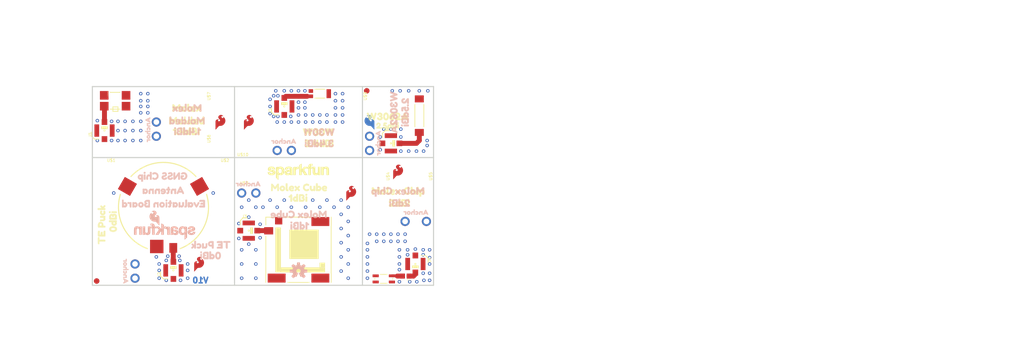
<source format=kicad_pcb>
(kicad_pcb (version 20211014) (generator pcbnew)
  (layers (0 "F.Cu" signal) (31 "B.Cu" signal) (34 "B.Paste" user) (35 "F.Paste" user) (36 "B.SilkS" user "B.Silkscreen") (37 "F.SilkS" user "F.Silkscreen") (38 "B.Mask" user) (39 "F.Mask" user) (44 "Edge.Cuts" user))
  (net 0 "")
  (net 1 "GND")
  (net 2 "FEED1")
  (net 3 "FEED3")
  (net 4 "FEED4")
  (net 5 "FEED5")
  (net 6 "N$5")
  (net 7 "FEED2")
  (net 8 "FEED6")
  (net 9 "A1")
  (net 10 "N$18")
  (net 11 "N$19")
  (net 12 "N$20")
  (net 13 "N$13")
  (net 14 "N$14")
  (net 15 "N$8")
  (net 16 "N$1")
  (net 17 "N$10")
  (net 18 "N$11")
  (net 19 "N$16")
  (net 20 "N$17")
  (footprint "boardEagle:STAND-OFF" (layer "F.Cu") (at 163.7411 102.4636 180)
    (fp_text reference "JP5" hide)
    (fp_text value "STAND-OFF" hide)
    (pad "" np_thru_hole circle (at 0 0 180) (size 3.302 3.302) (drill 3.302) (layers *.Cu *.Mask))
  )
  (footprint "boardEagle:W30112" (layer "F.Cu") (at 154.4701 95.3516)
    (fp_text reference "U$59" hide)
    (fp_text value "" hide)
  )
  (footprint "boardEagle:FIDUCIAL-1X2" (layer "F.Cu") (at 167.0431 87.9856)
    (fp_text reference "JP8" hide)
    (fp_text value "FIDUCIAL1X2" hide)
    (pad "1" smd roundrect (at 0 0) (size 1 1) (layers "F.Cu" "F.Mask") (roundrect_rratio 0.5))
  )
  (footprint "boardEagle:STAND-OFF" (layer "F.Cu") (at 176.4411 102.4636 -90)
    (fp_text reference "U$5" (at 0 -2.032 90) (layer "F.SilkS") (effects (font (size 0.512064 0.512064) (thickness 0.097536)) (justify right)))
    (fp_text value "")
    (pad "" np_thru_hole circle (at 0 0 270) (size 3.302 3.302) (drill 3.302) (layers *.Cu *.Mask))
  )
  (footprint "boardEagle:3#4DBI2" (layer "F.Cu") (at 154.7241 97.3836)
    (fp_text reference "U$11" hide)
    (fp_text value "" hide)
  )
  (footprint "boardEagle:STAND-OFF" (layer "F.Cu") (at 140.8811 120.2436)
    (fp_text reference "JP1" hide)
    (fp_text value "STAND-OFF" hide)
    (pad "" np_thru_hole circle (at 0 0) (size 3.302 3.302) (drill 3.302) (layers *.Cu *.Mask))
  )
  (footprint "boardEagle:MLOEX_GNSS_MOLDED" (layer "F.Cu") (at 122.0851 89.7636 -90)
    (fp_text reference "Y5" hide)
    (fp_text value "MOLDED" hide)
    (fp_text user ">TNAME" (at -1.27 1.27 -90) (layer "F.SilkS") (effects (font (size 0.184 0.184) (thickness 0.016))))
    (pad "1" smd rect (at -0.97 1.95 270) (size 1.54 1.54) (layers "F.Cu" "F.Paste" "F.Mask"))
    (pad "2" smd rect (at -0.97 -1.95 270) (size 1.54 1.54) (layers "F.Cu" "F.Paste" "F.Mask"))
    (pad "3" smd rect (at 0.97 -1.95 270) (size 1.54 1.54) (layers "F.Cu" "F.Paste" "F.Mask"))
    (pad "FEED" smd rect (at 0.97 1.95 270) (size 1.54 1.54) (layers "F.Cu" "F.Paste" "F.Mask") (net 7 "FEED2"))
  )
  (footprint "boardEagle:STAND-OFF" (layer "F.Cu") (at 168.8211 89.7636 90)
    (fp_text reference "U$9" (at 0 -2.032 90) (layer "F.SilkS") (effects (font (size 0.512064 0.512064) (thickness 0.097536)) (justify left)))
    (fp_text value "")
    (pad "" np_thru_hole circle (at 0 0 90) (size 3.302 3.302) (drill 3.302) (layers *.Cu *.Mask))
  )
  (footprint "boardEagle:U.FL" (layer "F.Cu") (at 171.3611 97.3836)
    (fp_text reference "J6" (at -1.27 -2.54) (layer "F.SilkS") (effects (font (size 0.512064 0.512064) (thickness 0.097536)) (justify left)))
    (fp_text value "U.FL")
    (pad "1" smd rect (at 0 -1.375) (size 2.2 0.85) (layers "F.Cu" "F.Paste" "F.Mask") (net 1 "GND"))
    (pad "2" smd rect (at 0 1.375) (size 2.2 0.85) (layers "F.Cu" "F.Paste" "F.Mask") (net 1 "GND"))
    (pad "FEED" smd rect (at 1.525 0) (size 1.05 1) (layers "F.Cu" "F.Paste" "F.Mask") (net 8 "FEED6"))
    (pad "NC" smd rect (at -1.525 0) (size 1.05 1) (layers "F.Cu" "F.Mask"))
  )
  (footprint "boardEagle:CREATIVE_COMMONS" (layer "F.Cu") (at 121.8311 135.4836)
    (fp_text reference "FRAME1" hide)
    (fp_text value "FRAME-LETTER" hide)
  )
  (footprint "boardEagle:STAND-OFF" (layer "F.Cu") (at 140.8811 97.3836 90)
    (fp_text reference "U$6" (at 0 -2.032 90) (layer "F.SilkS") (effects (font (size 0.512064 0.512064) (thickness 0.097536)) (justify left)))
    (fp_text value "")
    (pad "" np_thru_hole circle (at 0 0 90) (size 3.302 3.302) (drill 3.302) (layers *.Cu *.Mask))
  )
  (footprint "boardEagle:SFE_LOGO_FLAME_COPPER_EXPOSED_.1" (layer "F.Cu") (at 164.2491 106.2736)
    (fp_text reference "LOGO5" hide)
    (fp_text value "SFE_LOGO_FLAME.1EXP" hide)
    (fp_poly (pts (xy 0.269844 -1.255175) (xy 0.417112 -1.181541) (xy 0.462026 -1.147855) (xy 0.538982 -1.0709) (xy 0.428006 -1.0709) (xy 0.408005 -1.0809) (xy 0.361689 -1.0809) (xy 0.325361 -1.071818) (xy 0.279477 -1.062641) (xy 0.24711 -1.046458) (xy 0.215081 -1.022435) (xy 0.200019 -0.999843) (xy 0.192288 -0.984381) (xy 0.1851 -0.962817) (xy 0.1851 -0.913689) (xy 0.192361 -0.884643) (xy 0.226607 -0.833275) (xy 0.282028 -0.777854) (xy 0.319016 -0.750113) (xy 0.346157 -0.732019) (xy 0.380301 -0.714947) (xy 0.451689 -0.6971) (xy 0.470817 -0.6971) (xy 0.486419 -0.702301) (xy 0.505687 -0.721569) (xy 0.511712 -0.733619) (xy 0.5189 -0.755183) (xy 0.5189 -0.907742) (xy 0.661838 -0.818406) (xy 0.747505 -0.722031) (xy 0.821662 -0.605498) (xy 0.873968 -0.448579) (xy 0.905309 -0.281428) (xy 0.894811 -0.102974) (xy 0.842628 0.095322) (xy 0.738878 0.282072) (xy 0.665618 0.376263) (xy 0.583044 0.458838) (xy 0.499524 0.531917) (xy 0.393984 0.595241) (xy 0.289127 0.637184) (xy 0.175165 0.668265) (xy 0.050153 0.6891) (xy -0.139844 0.6891) (xy -0.189603 0.697393) (xy -0.279373 0.751255) (xy -0.375026 0.846908) (xy -0.495025 0.986906) (xy -0.614841 1.106723) (xy -0.664837 1.166719) (xy -0.712745 1.214627) (xy -0.742743 1.264624) (xy -0.8611 1.382982) (xy -0.8611 -0.081372) (xy -0.850441 -0.166641) (xy -0.828254 -0.244296) (xy -0.762148 -0.354474) (xy -0.706336 -0.399123) (xy -0.661829 -0.432503) (xy -0.603902 -0.455674) (xy -0.54987 -0.466481) (xy -0.486153 -0.4771) (xy -0.354006 -0.4771) (xy -0.258681 -0.429438) (xy -0.310431 -0.377687) (xy -0.358383 -0.353711) (xy -0.382419 -0.345699) (xy -0.4297 -0.298418) (xy -0.4349 -0.282817) (xy -0.4349 -0.255183) (xy -0.428468 -0.235888) (xy -0.413393 -0.213275) (xy -0.361588 -0.16147) (xy -0.322097 -0.145674) (xy -0.279228 -0.1371) (xy -0.207689 -0.1371) (xy -0.138643 -0.154361) (xy -0.089056 -0.18742) (xy -0.056996 -0.227495) (xy -0.0411 -0.275183) (xy -0.0411 -0.332091) (xy -0.065776 -0.397894) (xy -0.130732 -0.462851) (xy -0.211575 -0.553799) (xy -0.284339 -0.636958) (xy -0.338992 -0.735334) (xy -0.3611 -0.834818) (xy -0.3611 -0.925183) (xy -0.327711 -1.025349) (xy -0.271726 -1.114925) (xy -0.173954 -1.19097) (xy -0.055855 -1.255387) (xy 0.063565 -1.2771) (xy 0.171182 -1.2771)) (layer "F.Cu") (width 0) (fill solid))
  )
  (footprint "boardEagle:STAND-OFF" (layer "F.Cu") (at 145.9611 102.4636 180)
    (fp_text reference "U$3" (at 0 -2.032) (layer "F.SilkS") (effects (font (size 0.512064 0.512064) (thickness 0.097536)) (justify right)))
    (fp_text value "")
    (pad "" np_thru_hole circle (at 0 0 180) (size 3.302 3.302) (drill 3.302) (layers *.Cu *.Mask))
  )
  (footprint "boardEagle:2#5DBI2" (layer "F.Cu") (at 167.8051 94.2086)
    (fp_text reference "U$44" hide)
    (fp_text value "" hide)
  )
  (footprint "boardEagle:STAND-OFF" (layer "F.Cu") (at 145.9611 97.3836 180)
    (fp_text reference "U$10" (at 0 -2.032) (layer "F.SilkS") (effects (font (size 0.512064 0.512064) (thickness 0.097536)) (justify right)))
    (fp_text value "")
    (pad "" np_thru_hole circle (at 0 0 180) (size 3.302 3.302) (drill 3.302) (layers *.Cu *.Mask))
  )
  (footprint "boardEagle:W3062A" (layer "F.Cu") (at 176.4411 92.4306 -90)
    (fp_text reference "Y6" hide)
    (fp_text value "W3062A" hide)
    (pad "FEED" smd rect (at 3 0 270) (size 1.25 1.61) (layers "F.Cu" "F.Paste" "F.Mask") (net 8 "FEED6"))
    (pad "GND" smd rect (at -3 0 270) (size 1.25 1.61) (layers "F.Cu" "F.Paste" "F.Mask") (net 1 "GND"))
  )
  (footprint "boardEagle:STAND-OFF" (layer "F.Cu") (at 145.9611 89.7636 180)
    (fp_text reference "JP6" hide)
    (fp_text value "STAND-OFF" hide)
    (pad "" np_thru_hole circle (at 0 0 180) (size 3.302 3.302) (drill 3.302) (layers *.Cu *.Mask))
  )
  (footprint "boardEagle:SFE_LOGO_FLAME_COPPER_EXPOSED_.1" (layer "F.Cu") (at 140.8811 93.5736)
    (fp_text reference "LOGO4" hide)
    (fp_text value "SFE_LOGO_FLAME.1EXP" hide)
    (fp_poly (pts (xy 0.269844 -1.255175) (xy 0.417112 -1.181541) (xy 0.462026 -1.147855) (xy 0.538982 -1.0709) (xy 0.428006 -1.0709) (xy 0.408005 -1.0809) (xy 0.361689 -1.0809) (xy 0.325361 -1.071818) (xy 0.279477 -1.062641) (xy 0.24711 -1.046458) (xy 0.215081 -1.022435) (xy 0.200019 -0.999843) (xy 0.192288 -0.984381) (xy 0.1851 -0.962817) (xy 0.1851 -0.913689) (xy 0.192361 -0.884643) (xy 0.226607 -0.833275) (xy 0.282028 -0.777854) (xy 0.319016 -0.750113) (xy 0.346157 -0.732019) (xy 0.380301 -0.714947) (xy 0.451689 -0.6971) (xy 0.470817 -0.6971) (xy 0.486419 -0.702301) (xy 0.505687 -0.721569) (xy 0.511712 -0.733619) (xy 0.5189 -0.755183) (xy 0.5189 -0.907742) (xy 0.661838 -0.818406) (xy 0.747505 -0.722031) (xy 0.821662 -0.605498) (xy 0.873968 -0.448579) (xy 0.905309 -0.281428) (xy 0.894811 -0.102974) (xy 0.842628 0.095322) (xy 0.738878 0.282072) (xy 0.665618 0.376263) (xy 0.583044 0.458838) (xy 0.499524 0.531917) (xy 0.393984 0.595241) (xy 0.289127 0.637184) (xy 0.175165 0.668265) (xy 0.050153 0.6891) (xy -0.139844 0.6891) (xy -0.189603 0.697393) (xy -0.279373 0.751255) (xy -0.375026 0.846908) (xy -0.495025 0.986906) (xy -0.614841 1.106723) (xy -0.664837 1.166719) (xy -0.712745 1.214627) (xy -0.742743 1.264624) (xy -0.8611 1.382982) (xy -0.8611 -0.081372) (xy -0.850441 -0.166641) (xy -0.828254 -0.244296) (xy -0.762148 -0.354474) (xy -0.706336 -0.399123) (xy -0.661829 -0.432503) (xy -0.603902 -0.455674) (xy -0.54987 -0.466481) (xy -0.486153 -0.4771) (xy -0.354006 -0.4771) (xy -0.258681 -0.429438) (xy -0.310431 -0.377687) (xy -0.358383 -0.353711) (xy -0.382419 -0.345699) (xy -0.4297 -0.298418) (xy -0.4349 -0.282817) (xy -0.4349 -0.255183) (xy -0.428468 -0.235888) (xy -0.413393 -0.213275) (xy -0.361588 -0.16147) (xy -0.322097 -0.145674) (xy -0.279228 -0.1371) (xy -0.207689 -0.1371) (xy -0.138643 -0.154361) (xy -0.089056 -0.18742) (xy -0.056996 -0.227495) (xy -0.0411 -0.275183) (xy -0.0411 -0.332091) (xy -0.065776 -0.397894) (xy -0.130732 -0.462851) (xy -0.211575 -0.553799) (xy -0.284339 -0.636958) (xy -0.338992 -0.735334) (xy -0.3611 -0.834818) (xy -0.3611 -0.925183) (xy -0.327711 -1.025349) (xy -0.271726 -1.114925) (xy -0.173954 -1.19097) (xy -0.055855 -1.255387) (xy 0.063565 -1.2771) (xy 0.171182 -1.2771)) (layer "F.Cu") (width 0) (fill solid))
  )
  (footprint "boardEagle:W3011" (layer "F.Cu") (at 158.6611 88.4936 180)
    (fp_text reference "Y7" hide)
    (fp_text value "W3011" hide)
    (pad "1" smd rect (at 1.6 -0.475 180) (size 0.8 0.65) (layers "F.Cu" "F.Paste" "F.Mask") (net 2 "FEED1"))
    (pad "2" smd rect (at 1.6 0.475 180) (size 0.8 0.65) (layers "F.Cu" "F.Paste" "F.Mask") (net 1 "GND"))
    (pad "3" smd rect (at -1.6 0 180) (size 0.8 1.6) (layers "F.Cu" "F.Paste" "F.Mask") (net 1 "GND"))
  )
  (footprint "boardEagle:0DBI0" (layer "F.Cu") (at 121.7041 114.4016 90)
    (fp_text reference "U$12" hide)
    (fp_text value "" hide)
  )
  (footprint "boardEagle:W3062A3" (layer "F.Cu") (at 165.9001 92.5576)
    (fp_text reference "U$58" hide)
    (fp_text value "" hide)
  )
  (footprint "boardEagle:SFE_LOGO_NAME_.1" (layer "F.Cu") (at 154.8511 102.4636)
    (fp_text reference "U$23" hide)
    (fp_text value "" hide)
  )
  (footprint "boardEagle:STAND-OFF" (layer "F.Cu") (at 120.5611 120.2436)
    (fp_text reference "JP2" hide)
    (fp_text value "STAND-OFF" hide)
    (pad "" np_thru_hole circle (at 0 0) (size 3.302 3.302) (drill 3.302) (layers *.Cu *.Mask))
  )
  (footprint "boardEagle:U.FL" (layer "F.Cu") (at 132.4991 120.1166 90)
    (fp_text reference "J2" (at -1.27 -2.54 90) (layer "F.SilkS") (effects (font (size 0.512064 0.512064) (thickness 0.097536)) (justify left)))
    (fp_text value "U.FL")
    (pad "1" smd rect (at 0 -1.375 90) (size 2.2 0.85) (layers "F.Cu" "F.Paste" "F.Mask") (net 1 "GND"))
    (pad "2" smd rect (at 0 1.375 90) (size 2.2 0.85) (layers "F.Cu" "F.Paste" "F.Mask") (net 1 "GND"))
    (pad "FEED" smd rect (at 1.525 0 90) (size 1.05 1) (layers "F.Cu" "F.Paste" "F.Mask") (net 3 "FEED3"))
    (pad "NC" smd rect (at -1.525 0 90) (size 1.05 1) (layers "F.Cu" "F.Mask"))
  )
  (footprint "boardEagle:0402" (layer "F.Cu") (at 174.0281 121.1326 180)
    (fp_text reference "R1" (at -0.889 -0.6985) (layer "F.SilkS") (effects (font (size 0.367386 0.367386) (thickness 0.039014)) (justify right)))
    (fp_text value "0")
    (pad "1" smd rect (at -0.58 0 180) (size 0.85 0.9) (layers "F.Cu" "F.Paste" "F.Mask") (net 5 "FEED5"))
    (pad "2" smd rect (at 0.58 0 180) (size 0.85 0.9) (layers "F.Cu" "F.Paste" "F.Mask") (net 6 "N$5"))
  )
  (footprint "boardEagle:SFE_LOGO_FLAME_COPPER_EXPOSED_.1" (layer "F.Cu") (at 145.9611 93.5736)
    (fp_text reference "LOGO3" hide)
    (fp_text value "SFE_LOGO_FLAME.1EXP" hide)
    (fp_poly (pts (xy 0.269844 -1.255175) (xy 0.417112 -1.181541) (xy 0.462026 -1.147855) (xy 0.538982 -1.0709) (xy 0.428006 -1.0709) (xy 0.408005 -1.0809) (xy 0.361689 -1.0809) (xy 0.325361 -1.071818) (xy 0.279477 -1.062641) (xy 0.24711 -1.046458) (xy 0.215081 -1.022435) (xy 0.200019 -0.999843) (xy 0.192288 -0.984381) (xy 0.1851 -0.962817) (xy 0.1851 -0.913689) (xy 0.192361 -0.884643) (xy 0.226607 -0.833275) (xy 0.282028 -0.777854) (xy 0.319016 -0.750113) (xy 0.346157 -0.732019) (xy 0.380301 -0.714947) (xy 0.451689 -0.6971) (xy 0.470817 -0.6971) (xy 0.486419 -0.702301) (xy 0.505687 -0.721569) (xy 0.511712 -0.733619) (xy 0.5189 -0.755183) (xy 0.5189 -0.907742) (xy 0.661838 -0.818406) (xy 0.747505 -0.722031) (xy 0.821662 -0.605498) (xy 0.873968 -0.448579) (xy 0.905309 -0.281428) (xy 0.894811 -0.102974) (xy 0.842628 0.095322) (xy 0.738878 0.282072) (xy 0.665618 0.376263) (xy 0.583044 0.458838) (xy 0.499524 0.531917) (xy 0.393984 0.595241) (xy 0.289127 0.637184) (xy 0.175165 0.668265) (xy 0.050153 0.6891) (xy -0.139844 0.6891) (xy -0.189603 0.697393) (xy -0.279373 0.751255) (xy -0.375026 0.846908) (xy -0.495025 0.986906) (xy -0.614841 1.106723) (xy -0.664837 1.166719) (xy -0.712745 1.214627) (xy -0.742743 1.264624) (xy -0.8611 1.382982) (xy -0.8611 -0.081372) (xy -0.850441 -0.166641) (xy -0.828254 -0.244296) (xy -0.762148 -0.354474) (xy -0.706336 -0.399123) (xy -0.661829 -0.432503) (xy -0.603902 -0.455674) (xy -0.54987 -0.466481) (xy -0.486153 -0.4771) (xy -0.354006 -0.4771) (xy -0.258681 -0.429438) (xy -0.310431 -0.377687) (xy -0.358383 -0.353711) (xy -0.382419 -0.345699) (xy -0.4297 -0.298418) (xy -0.4349 -0.282817) (xy -0.4349 -0.255183) (xy -0.428468 -0.235888) (xy -0.413393 -0.213275) (xy -0.361588 -0.16147) (xy -0.322097 -0.145674) (xy -0.279228 -0.1371) (xy -0.207689 -0.1371) (xy -0.138643 -0.154361) (xy -0.089056 -0.18742) (xy -0.056996 -0.227495) (xy -0.0411 -0.275183) (xy -0.0411 -0.332091) (xy -0.065776 -0.397894) (xy -0.130732 -0.462851) (xy -0.211575 -0.553799) (xy -0.284339 -0.636958) (xy -0.338992 -0.735334) (xy -0.3611 -0.834818) (xy -0.3611 -0.925183) (xy -0.327711 -1.025349) (xy -0.271726 -1.114925) (xy -0.173954 -1.19097) (xy -0.055855 -1.255387) (xy 0.063565 -1.2771) (xy 0.171182 -1.2771)) (layer "F.Cu") (width 0) (fill solid))
  )
  (footprint "boardEagle:ORDERING_INSTRUCTIONS" (layer "F.Cu") (at 182.7911 71.9836)
    (fp_text reference "U$17" hide)
    (fp_text value "" hide)
  )
  (footprint "boardEagle:SFE_LOGO_FLAME_COPPER_EXPOSED_.1" (layer "F.Cu") (at 172.6311 102.4636)
    (fp_text reference "LOGO2" hide)
    (fp_text value "SFE_LOGO_FLAME.1EXP" hide)
    (fp_poly (pts (xy 0.269844 -1.255175) (xy 0.417112 -1.181541) (xy 0.462026 -1.147855) (xy 0.538982 -1.0709) (xy 0.428006 -1.0709) (xy 0.408005 -1.0809) (xy 0.361689 -1.0809) (xy 0.325361 -1.071818) (xy 0.279477 -1.062641) (xy 0.24711 -1.046458) (xy 0.215081 -1.022435) (xy 0.200019 -0.999843) (xy 0.192288 -0.984381) (xy 0.1851 -0.962817) (xy 0.1851 -0.913689) (xy 0.192361 -0.884643) (xy 0.226607 -0.833275) (xy 0.282028 -0.777854) (xy 0.319016 -0.750113) (xy 0.346157 -0.732019) (xy 0.380301 -0.714947) (xy 0.451689 -0.6971) (xy 0.470817 -0.6971) (xy 0.486419 -0.702301) (xy 0.505687 -0.721569) (xy 0.511712 -0.733619) (xy 0.5189 -0.755183) (xy 0.5189 -0.907742) (xy 0.661838 -0.818406) (xy 0.747505 -0.722031) (xy 0.821662 -0.605498) (xy 0.873968 -0.448579) (xy 0.905309 -0.281428) (xy 0.894811 -0.102974) (xy 0.842628 0.095322) (xy 0.738878 0.282072) (xy 0.665618 0.376263) (xy 0.583044 0.458838) (xy 0.499524 0.531917) (xy 0.393984 0.595241) (xy 0.289127 0.637184) (xy 0.175165 0.668265) (xy 0.050153 0.6891) (xy -0.139844 0.6891) (xy -0.189603 0.697393) (xy -0.279373 0.751255) (xy -0.375026 0.846908) (xy -0.495025 0.986906) (xy -0.614841 1.106723) (xy -0.664837 1.166719) (xy -0.712745 1.214627) (xy -0.742743 1.264624) (xy -0.8611 1.382982) (xy -0.8611 -0.081372) (xy -0.850441 -0.166641) (xy -0.828254 -0.244296) (xy -0.762148 -0.354474) (xy -0.706336 -0.399123) (xy -0.661829 -0.432503) (xy -0.603902 -0.455674) (xy -0.54987 -0.466481) (xy -0.486153 -0.4771) (xy -0.354006 -0.4771) (xy -0.258681 -0.429438) (xy -0.310431 -0.377687) (xy -0.358383 -0.353711) (xy -0.382419 -0.345699) (xy -0.4297 -0.298418) (xy -0.4349 -0.282817) (xy -0.4349 -0.255183) (xy -0.428468 -0.235888) (xy -0.413393 -0.213275) (xy -0.361588 -0.16147) (xy -0.322097 -0.145674) (xy -0.279228 -0.1371) (xy -0.207689 -0.1371) (xy -0.138643 -0.154361) (xy -0.089056 -0.18742) (xy -0.056996 -0.227495) (xy -0.0411 -0.275183) (xy -0.0411 -0.332091) (xy -0.065776 -0.397894) (xy -0.130732 -0.462851) (xy -0.211575 -0.553799) (xy -0.284339 -0.636958) (xy -0.338992 -0.735334) (xy -0.3611 -0.834818) (xy -0.3611 -0.925183) (xy -0.327711 -1.025349) (xy -0.271726 -1.114925) (xy -0.173954 -1.19097) (xy -0.055855 -1.255387) (xy 0.063565 -1.2771) (xy 0.171182 -1.2771)) (layer "F.Cu") (width 0) (fill solid))
  )
  (footprint "boardEagle:MOLEX0" (layer "F.Cu") (at 131.1021 91.0336)
    (fp_text reference "U$22" hide)
    (fp_text value "" hide)
  )
  (footprint "boardEagle:2DBI2" (layer "F.Cu") (at 169.8371 108.0516)
    (fp_text reference "U$18" hide)
    (fp_text value "" hide)
  )
  (footprint "boardEagle:U.FL" (layer "F.Cu") (at 120.1801 95.0976 90)
    (fp_text reference "J5" (at -1.27 -2.54 90) (layer "F.SilkS") (effects (font (size 0.512064 0.512064) (thickness 0.097536)) (justify left)))
    (fp_text value "U.FL")
    (pad "1" smd rect (at 0 -1.375 90) (size 2.2 0.85) (layers "F.Cu" "F.Paste" "F.Mask") (net 1 "GND"))
    (pad "2" smd rect (at 0 1.375 90) (size 2.2 0.85) (layers "F.Cu" "F.Paste" "F.Mask") (net 1 "GND"))
    (pad "FEED" smd rect (at 1.525 0 90) (size 1.05 1) (layers "F.Cu" "F.Paste" "F.Mask") (net 7 "FEED2"))
    (pad "NC" smd rect (at -1.525 0 90) (size 1.05 1) (layers "F.Cu" "F.Mask"))
  )
  (footprint "boardEagle:1#4DBI3" (layer "F.Cu") (at 131.2291 95.2246)
    (fp_text reference "U$14" hide)
    (fp_text value "" hide)
  )
  (footprint "boardEagle:STAND-OFF" (layer "F.Cu") (at 140.8811 102.4636)
    (fp_text reference "U$2" (at 0 -2.032) (layer "F.SilkS") (effects (font (size 0.512064 0.512064) (thickness 0.097536)) (justify left)))
    (fp_text value "")
    (pad "" np_thru_hole circle (at 0 0) (size 3.302 3.302) (drill 3.302) (layers *.Cu *.Mask))
  )
  (footprint "boardEagle:STAND-OFF" (layer "F.Cu") (at 140.8811 89.7636 90)
    (fp_text reference "U$7" (at 0 -2.032 90) (layer "F.SilkS") (effects (font (size 0.512064 0.512064) (thickness 0.097536)) (justify left)))
    (fp_text value "")
    (pad "" np_thru_hole circle (at 0 0 90) (size 3.302 3.302) (drill 3.302) (layers *.Cu *.Mask))
  )
  (footprint "boardEagle:MOLDED1" (layer "F.Cu") (at 130.3401 93.3196)
    (fp_text reference "U$29" hide)
    (fp_text value "" hide)
  )
  (footprint "boardEagle:U.FL" (layer "F.Cu") (at 145.9611 113.0046)
    (fp_text reference "J3" (at -1.27 -2.54) (layer "F.SilkS") (effects (font (size 0.512064 0.512064) (thickness 0.097536)) (justify left)))
    (fp_text value "U.FL")
    (pad "1" smd rect (at 0 -1.375) (size 2.2 0.85) (layers "F.Cu" "F.Paste" "F.Mask") (net 1 "GND"))
    (pad "2" smd rect (at 0 1.375) (size 2.2 0.85) (layers "F.Cu" "F.Paste" "F.Mask") (net 1 "GND"))
    (pad "FEED" smd rect (at 1.525 0) (size 1.05 1) (layers "F.Cu" "F.Paste" "F.Mask") (net 4 "FEED4"))
    (pad "NC" smd rect (at -1.525 0) (size 1.05 1) (layers "F.Cu" "F.Mask"))
  )
  (footprint "boardEagle:FIDUCIAL-1X2" (layer "F.Cu") (at 118.7831 122.0216)
    (fp_text reference "JP9" hide)
    (fp_text value "FIDUCIAL1X2" hide)
    (pad "1" smd roundrect (at 0 0) (size 1 1) (layers "F.Cu" "F.Mask") (roundrect_rratio 0.5))
  )
  (footprint "boardEagle:MOLEX_CUBE6" (layer "F.Cu") (at 148.7551 105.2576)
    (fp_text reference "U$56" hide)
    (fp_text value "" hide)
  )
  (footprint "boardEagle:U.FL" (layer "F.Cu") (at 175.7371 118.9736 -90)
    (fp_text reference "J4" (at -1.27 -2.54 90) (layer "F.SilkS") (effects (font (size 0.512064 0.512064) (thickness 0.097536)) (justify right)))
    (fp_text value "U.FL")
    (pad "1" smd rect (at 0 -1.375 270) (size 2.2 0.85) (layers "F.Cu" "F.Paste" "F.Mask") (net 1 "GND"))
    (pad "2" smd rect (at 0 1.375 270) (size 2.2 0.85) (layers "F.Cu" "F.Paste" "F.Mask") (net 1 "GND"))
    (pad "FEED" smd rect (at 1.525 0 270) (size 1.05 1) (layers "F.Cu" "F.Paste" "F.Mask") (net 5 "FEED5"))
    (pad "NC" smd rect (at -1.525 0 270) (size 1.05 1) (layers "F.Cu" "F.Mask"))
  )
  (footprint "boardEagle:STAND-OFF" (layer "F.Cu") (at 120.5611 102.4636)
    (fp_text reference "U$1" (at 0 -2.032) (layer "F.SilkS") (effects (font (size 0.512064 0.512064) (thickness 0.097536)) (justify left)))
    (fp_text value "")
    (pad "" np_thru_hole circle (at 0 0) (size 3.302 3.302) (drill 3.302) (layers *.Cu *.Mask))
  )
  (footprint "boardEagle:MOLEX_GNSS_CHIP" (layer "F.Cu") (at 170.0911 121.6406)
    (fp_text reference "Y4" hide)
    (fp_text value "CHIP" hide)
    (pad "1" smd rect (at 1.45 0.55) (size 1.1 0.5) (layers "F.Cu" "F.Paste" "F.Mask") (net 1 "GND"))
    (pad "2" smd rect (at -1.45 0.55) (size 1.1 0.5) (layers "F.Cu" "F.Paste" "F.Mask") (net 1 "GND"))
    (pad "3" smd rect (at -1.45 -0.55) (size 1.1 0.5) (layers "F.Cu" "F.Paste" "F.Mask") (net 1 "GND"))
    (pad "FEED" smd rect (at 1.45 -0.55) (size 1.1 0.5) (layers "F.Cu" "F.Paste" "F.Mask") (net 6 "N$5"))
  )
  (footprint "boardEagle:SFE_LOGO_FLAME_COPPER_EXPOSED_.1" (layer "F.Cu") (at 137.0711 118.9736)
    (fp_text reference "LOGO6" hide)
    (fp_text value "SFE_LOGO_FLAME.1EXP" hide)
    (fp_poly (pts (xy 0.269844 -1.255175) (xy 0.417112 -1.181541) (xy 0.462026 -1.147855) (xy 0.538982 -1.0709) (xy 0.428006 -1.0709) (xy 0.408005 -1.0809) (xy 0.361689 -1.0809) (xy 0.325361 -1.071818) (xy 0.279477 -1.062641) (xy 0.24711 -1.046458) (xy 0.215081 -1.022435) (xy 0.200019 -0.999843) (xy 0.192288 -0.984381) (xy 0.1851 -0.962817) (xy 0.1851 -0.913689) (xy 0.192361 -0.884643) (xy 0.226607 -0.833275) (xy 0.282028 -0.777854) (xy 0.319016 -0.750113) (xy 0.346157 -0.732019) (xy 0.380301 -0.714947) (xy 0.451689 -0.6971) (xy 0.470817 -0.6971) (xy 0.486419 -0.702301) (xy 0.505687 -0.721569) (xy 0.511712 -0.733619) (xy 0.5189 -0.755183) (xy 0.5189 -0.907742) (xy 0.661838 -0.818406) (xy 0.747505 -0.722031) (xy 0.821662 -0.605498) (xy 0.873968 -0.448579) (xy 0.905309 -0.281428) (xy 0.894811 -0.102974) (xy 0.842628 0.095322) (xy 0.738878 0.282072) (xy 0.665618 0.376263) (xy 0.583044 0.458838) (xy 0.499524 0.531917) (xy 0.393984 0.595241) (xy 0.289127 0.637184) (xy 0.175165 0.668265) (xy 0.050153 0.6891) (xy -0.139844 0.6891) (xy -0.189603 0.697393) (xy -0.279373 0.751255) (xy -0.375026 0.846908) (xy -0.495025 0.986906) (xy -0.614841 1.106723) (xy -0.664837 1.166719) (xy -0.712745 1.214627) (xy -0.742743 1.264624) (xy -0.8611 1.382982) (xy -0.8611 -0.081372) (xy -0.850441 -0.166641) (xy -0.828254 -0.244296) (xy -0.762148 -0.354474) (xy -0.706336 -0.399123) (xy -0.661829 -0.432503) (xy -0.603902 -0.455674) (xy -0.54987 -0.466481) (xy -0.486153 -0.4771) (xy -0.354006 -0.4771) (xy -0.258681 -0.429438) (xy -0.310431 -0.377687) (xy -0.358383 -0.353711) (xy -0.382419 -0.345699) (xy -0.4297 -0.298418) (xy -0.4349 -0.282817) (xy -0.4349 -0.255183) (xy -0.428468 -0.235888) (xy -0.413393 -0.213275) (xy -0.361588 -0.16147) (xy -0.322097 -0.145674) (xy -0.279228 -0.1371) (xy -0.207689 -0.1371) (xy -0.138643 -0.154361) (xy -0.089056 -0.18742) (xy -0.056996 -0.227495) (xy -0.0411 -0.275183) (xy -0.0411 -0.332091) (xy -0.065776 -0.397894) (xy -0.130732 -0.462851) (xy -0.211575 -0.553799) (xy -0.284339 -0.636958) (xy -0.338992 -0.735334) (xy -0.3611 -0.834818) (xy -0.3611 -0.925183) (xy -0.327711 -1.025349) (xy -0.271726 -1.114925) (xy -0.173954 -1.19097) (xy -0.055855 -1.255387) (xy 0.063565 -1.2771) (xy 0.171182 -1.2771)) (layer "F.Cu") (width 0) (fill solid))
  )
  (footprint "boardEagle:MOLEX_CHIP5" (layer "F.Cu") (at 166.7891 105.8926)
    (fp_text reference "U$19" hide)
    (fp_text value "" hide)
  )
  (footprint "boardEagle:1DBI1" (layer "F.Cu") (at 151.9301 107.1626)
    (fp_text reference "U$15" hide)
    (fp_text value "" hide)
  )
  (footprint "boardEagle:MOLEX_GNSS_CUBE" (layer "F.Cu") (at 154.8511 116.4336 180)
    (fp_text reference "Y3" hide)
    (fp_text value "CUBE" hide)
    (pad "FEED" smd rect (at 5.33 3.4 90) (size 1.3 1.61) (layers "F.Cu" "F.Paste" "F.Mask") (net 4 "FEED4"))
    (pad "GND" smd rect (at 3.545 5.2) (size 1.3 1.32) (layers "F.Cu" "F.Paste" "F.Mask") (net 1 "GND"))
    (pad "NC1" smd rect (at -3.905 5.06 270) (size 1.6 3.2) (layers "F.Cu" "F.Paste" "F.Mask"))
    (pad "NC2" smd rect (at -3.905 -5.06 270) (size 1.6 3.2) (layers "F.Cu" "F.Paste" "F.Mask"))
    (pad "NC3" smd rect (at 3.905 -5.06 270) (size 1.6 3.2) (layers "F.Cu" "F.Paste" "F.Mask"))
  )
  (footprint "boardEagle:TE_PUCK" (layer "F.Cu") (at 130.7211 108.8136)
    (fp_text reference "Y2" hide)
    (fp_text value "PUCK" hide)
    (pad "1" smd rect (at -1.2 7.03) (size 2.4 2.4) (layers "F.Cu" "F.Paste" "F.Mask") (net 1 "GND"))
    (pad "2" smd rect (at -6.4432 -3.72 60) (size 2.5 2.5) (layers "F.Cu" "F.Paste" "F.Mask") (net 1 "GND"))
    (pad "3" smd rect (at 6.4432 -3.72 300) (size 2.5 2.5) (layers "F.Cu" "F.Paste" "F.Mask") (net 1 "GND"))
    (pad "S" smd rect (at 1.75 7.28) (size 1.4 1.74) (layers "F.Cu" "F.Paste" "F.Mask") (net 3 "FEED3"))
  )
  (footprint "boardEagle:TE_PUCK7" (layer "F.Cu") (at 119.6721 116.5606 90)
    (fp_text reference "U$57" hide)
    (fp_text value "" hide)
  )
  (footprint "boardEagle:U.FL" (layer "F.Cu") (at 152.3111 90.7796 90)
    (fp_text reference "J1" (at -1.27 -2.54 90) (layer "F.SilkS") (effects (font (size 0.512064 0.512064) (thickness 0.097536)) (justify left)))
    (fp_text value "U.FL")
    (pad "1" smd rect (at 0 -1.375 90) (size 2.2 0.85) (layers "F.Cu" "F.Paste" "F.Mask") (net 1 "GND"))
    (pad "2" smd rect (at 0 1.375 90) (size 2.2 0.85) (layers "F.Cu" "F.Paste" "F.Mask") (net 1 "GND"))
    (pad "FEED" smd rect (at 1.525 0 90) (size 1.05 1) (layers "F.Cu" "F.Paste" "F.Mask") (net 2 "FEED1"))
    (pad "NC" smd rect (at -1.525 0 90) (size 1.05 1) (layers "F.Cu" "F.Mask"))
  )
  (footprint "boardEagle:STAND-OFF" (layer "F.Cu") (at 168.8211 102.4636 -90)
    (fp_text reference "U$4" (at 0 -2.032 90) (layer "F.SilkS") (effects (font (size 0.512064 0.512064) (thickness 0.097536)) (justify right)))
    (fp_text value "")
    (pad "" np_thru_hole circle (at 0 0 270) (size 3.302 3.302) (drill 3.302) (layers *.Cu *.Mask))
  )
  (footprint "boardEagle:TE_PUCK7" (layer "B.Cu") (at 143.8021 115.5446 180)
    (fp_text reference "U$13" hide)
    (fp_text value "" hide)
  )
  (footprint "boardEagle:MOLEX_CHIP5" (layer "B.Cu") (at 178.4731 105.8926 180)
    (fp_text reference "U$20" hide)
    (fp_text value "" hide)
  )
  (footprint "boardEagle:ANCHOR0" (layer "B.Cu") (at 155.2321 97.0026 180)
    (fp_text reference "U$26" hide)
    (fp_text value "" hide)
  )
  (footprint "boardEagle:EVALUATION_BOARD15" (layer "B.Cu") (at 139.3571 108.1786 180)
    (fp_text reference "U$50" hide)
    (fp_text value "" hide)
  )
  (footprint "boardEagle:W3062A3" (layer "B.Cu") (at 171.8691 86.9696 -90)
    (fp_text reference "U$35" hide)
    (fp_text value "" hide)
  )
  (footprint "boardEagle:2DBI2" (layer "B.Cu") (at 175.9331 108.0516 180)
    (fp_text reference "U$38" hide)
    (fp_text value "" hide)
  )
  (footprint "boardEagle:OSHW-LOGO-S" (layer "B.Cu") (at 154.8511 120.2436 180)
    (fp_text reference "U$16" hide)
    (fp_text value "OSHW-LOGOS" hide)
  )
  (footprint "boardEagle:SFE_LOGO_FLAME_COPPER_EXPOSED_.1" (layer "B.Cu") (at 167.5511 93.5736 180)
    (fp_text reference "LOGO1" hide)
    (fp_text value "SFE_LOGO_FLAME.1EXP" hide)
    (fp_poly (pts (xy 0.269844 1.255175) (xy 0.417112 1.181541) (xy 0.462026 1.147855) (xy 0.538982 1.0709) (xy 0.428006 1.0709) (xy 0.408005 1.0809) (xy 0.361689 1.0809) (xy 0.325361 1.071818) (xy 0.279477 1.062641) (xy 0.24711 1.046458) (xy 0.215081 1.022435) (xy 0.200019 0.999843) (xy 0.192288 0.984381) (xy 0.1851 0.962817) (xy 0.1851 0.913689) (xy 0.192361 0.884643) (xy 0.226607 0.833275) (xy 0.282028 0.777854) (xy 0.319016 0.750113) (xy 0.346157 0.732019) (xy 0.380301 0.714947) (xy 0.451689 0.6971) (xy 0.470817 0.6971) (xy 0.486419 0.702301) (xy 0.505687 0.721569) (xy 0.511712 0.733619) (xy 0.5189 0.755183) (xy 0.5189 0.907742) (xy 0.661838 0.818406) (xy 0.747505 0.722031) (xy 0.821662 0.605498) (xy 0.873968 0.448579) (xy 0.905309 0.281428) (xy 0.894811 0.102974) (xy 0.842628 -0.095322) (xy 0.738878 -0.282072) (xy 0.665618 -0.376263) (xy 0.583044 -0.458838) (xy 0.499524 -0.531917) (xy 0.393984 -0.595241) (xy 0.289127 -0.637184) (xy 0.175165 -0.668265) (xy 0.050153 -0.6891) (xy -0.139844 -0.6891) (xy -0.189603 -0.697393) (xy -0.279373 -0.751255) (xy -0.375026 -0.846908) (xy -0.495025 -0.986906) (xy -0.614841 -1.106723) (xy -0.664837 -1.166719) (xy -0.712745 -1.214627) (xy -0.742743 -1.264624) (xy -0.8611 -1.382982) (xy -0.8611 0.081372) (xy -0.850441 0.166641) (xy -0.828254 0.244296) (xy -0.762148 0.354474) (xy -0.706336 0.399123) (xy -0.661829 0.432503) (xy -0.603902 0.455674) (xy -0.54987 0.466481) (xy -0.486153 0.4771) (xy -0.354006 0.4771) (xy -0.258681 0.429438) (xy -0.310431 0.377687) (xy -0.358383 0.353711) (xy -0.382419 0.345699) (xy -0.4297 0.298418) (xy -0.4349 0.282817) (xy -0.4349 0.255183) (xy -0.428468 0.235888) (xy -0.413393 0.213275) (xy -0.361588 0.16147) (xy -0.322097 0.145674) (xy -0.279228 0.1371) (xy -0.207689 0.1371) (xy -0.138643 0.154361) (xy -0.089056 0.18742) (xy -0.056996 0.227495) (xy -0.0411 0.275183) (xy -0.0411 0.332091) (xy -0.065776 0.397894) (xy -0.130732 0.462851) (xy -0.211575 0.553799) (xy -0.284339 0.636958) (xy -0.338992 0.735334) (xy -0.3611 0.834818) (xy -0.3611 0.925183) (xy -0.327711 1.025349) (xy -0.271726 1.114925) (xy -0.173954 1.19097) (xy -0.055855 1.255387) (xy 0.063565 1.2771) (xy 0.171182 1.2771)) (layer "B.Cu") (width 0) (fill solid))
  )
  (footprint "boardEagle:ANCHOR0" (layer "B.Cu") (at 169.0751 94.3356 -90)
    (fp_text reference "U$28" hide)
    (fp_text value "" hide)
  )
  (footprint "boardEagle:ANCHOR0" (layer "B.Cu") (at 123.9901 123.2916 90)
    (fp_text reference "U$24" hide)
    (fp_text value "" hide)
  )
  (footprint "boardEagle:GNSS_CHIP13" (layer "B.Cu") (at 136.1821 103.2256 180)
    (fp_text reference "U$52" hide)
    (fp_text value "" hide)
  )
  (footprint "boardEagle:1DBI1" (layer "B.Cu") (at 157.8991 112.1156 180)
    (fp_text reference "U$39" hide)
    (fp_text value "" hide)
  )
  (footprint "boardEagle:3#4DBI2" (layer "B.Cu") (at 162.3441 97.3836 180)
    (fp_text reference "U$34" hide)
    (fp_text value "" hide)
  )
  (footprint "boardEagle:1#4DBI3" (layer "B.Cu") (at 138.5951 95.2246 180)
    (fp_text reference "U$32" hide)
    (fp_text value "" hide)
  )
  (footprint "boardEagle:ANCHOR0" (layer "B.Cu") (at 127.9271 91.9226 -90)
    (fp_text reference "U$8" hide)
    (fp_text value "" hide)
  )
  (footprint "boardEagle:ANTENNA10" (layer "B.Cu") (at 135.5471 105.7656 180)
    (fp_text reference "U$43" hide)
    (fp_text value "" hide)
  )
  (footprint "boardEagle:MOLDED1" (layer "B.Cu") (at 139.4841 93.3196 180)
    (fp_text reference "U$30" hide)
    (fp_text value "" hide)
  )
  (footprint "boardEagle:MOLEX_CUBE6" (layer "B.Cu") (at 161.0741 110.0836 180)
    (fp_text reference "U$31" hide)
    (fp_text value "" hide)
  )
  (footprint "boardEagle:SFE_LOGO_NAME_FLAME_.1" (layer "B.Cu") (at 130.8481 113.1316 180)
    (fp_text reference "U$37" hide)
    (fp_text value "" hide)
  )
  (footprint "boardEagle:MOLEX0" (layer "B.Cu") (at 138.7221 91.0336 180)
    (fp_text reference "U$21" hide)
    (fp_text value "" hide)
  )
  (footprint "boardEagle:0DBI0" (layer "B.Cu") (at 142.1511 117.4496 180)
    (fp_text reference "U$42" hide)
    (fp_text value "" hide)
  )
  (footprint "boardEagle:ANCHOR0" (layer "B.Cu") (at 148.8821 104.6226 180)
    (fp_text reference "U$25" hide)
    (fp_text value "" hide)
  )
  (footprint "boardEagle:2#5DBI4" (layer "B.Cu") (at 173.9011 88.1126 -90)
    (fp_text reference "U$36" hide)
    (fp_text value "" hide)
  )
  (footprint "boardEagle:W30112" (layer "B.Cu") (at 162.4711 95.3516 180)
    (fp_text reference "U$33" hide)
    (fp_text value "" hide)
  )
  (footprint "boardEagle:ANCHOR0" (layer "B.Cu") (at 178.8541 109.7026 180)
    (fp_text reference "U$27" hide)
    (fp_text value "" hide)
  )
  (gr_line (start 178.9811 122.7836) (end 118.0211 122.7836) (layer "Edge.Cuts") (width 0.2032))
  (gr_line (start 143.4211 87.2236) (end 143.4211 122.7836) (layer "Edge.Cuts") (width 0.2032))
  (gr_line (start 166.2811 87.2236) (end 166.2811 122.7836) (layer "Edge.Cuts") (width 0.2032))
  (gr_line (start 118.0211 122.7836) (end 118.0211 87.2236) (layer "Edge.Cuts") (width 0.2032))
  (gr_line (start 178.9811 87.2236) (end 178.9811 122.7836) (layer "Edge.Cuts") (width 0.2032))
  (gr_line (start 118.0211 87.2236) (end 178.9811 87.2236) (layer "Edge.Cuts") (width 0.2032))
  (gr_line (start 118.0211 99.9236) (end 178.9811 99.9236) (layer "Edge.Cuts") (width 0.2032))
  (gr_text "V10" (at 137.3251 121.8946) (layer "B.Cu") (effects (font (size 1.016 1.016) (thickness 0.254)) (justify mirror)))
  (via (at 177.8381 96.8756) (size 0.6096) (drill 0.3048) (layers "F.Cu" "B.Cu") (net 1))
  (via (at 139.6111 106.2736) (size 0.6096) (drill 0.3048) (layers "F.Cu" "B.Cu") (net 1))
  (via (at 159.9311 92.3036) (size 0.6096) (drill 0.3048) (layers "F.Cu" "B.Cu") (net 1))
  (via (at 162.7251 88.4936) (size 0.6096) (drill 0.3048) (layers "F.Cu" "B.Cu") (net 1))
  (via (at 126.6571 95.0976) (size 0.6096) (drill 0.3048) (layers "F.Cu" "B.Cu") (net 1))
  (via (at 178.2771 121.8946) (size 0.6096) (drill 0.3048) (layers "F.Cu" "B.Cu") (net 1))
  (via (at 162.4711 112.6236) (size 0.6096) (drill 0.3048) (layers "F.Cu" "B.Cu") (net 1))
  (via (at 173.1391 94.8436) (size 0.6096) (drill 0.3048) (layers "F.Cu" "B.Cu") (net 1))
  (via (at 149.7711 89.5096) (size 0.6096) (drill 0.3048) (layers "F.Cu" "B.Cu") (net 1))
  (via (at 135.0391 120.1166) (size 0.6096) (drill 0.3048) (layers "F.Cu" "B.Cu") (net 1))
  (via (at 168.8211 114.9096) (size 0.6096) (drill 0.3048) (layers "F.Cu" "B.Cu") (net 1))
  (via (at 167.1701 115.2906) (size 0.6096) (drill 0.3048) (layers "F.Cu" "B.Cu") (net 1))
  (via (at 144.6911 116.4336) (size 0.6096) (drill 0.3048) (layers "F.Cu" "B.Cu") (net 1))
  (via (at 175.9911 122.1486) (size 0.6096) (drill 0.3048) (layers "F.Cu" "B.Cu") (net 1))
  (via (at 162.4711 120.2436) (size 0.6096) (drill 0.3048) (layers "F.Cu" "B.Cu") (net 1))
  (via (at 177.9651 87.9856) (size 0.6096) (drill 0.3048) (layers "F.Cu" "B.Cu") (net 1))
  (via (at 163.7411 116.4336) (size 0.6096) (drill 0.3048) (layers "F.Cu" "B.Cu") (net 1))
  (via (at 177.1341 116.4336) (size 0.6096) (drill 0.3048) (layers "F.Cu" "B.Cu") (net 1))
  (via (at 170.0911 113.6396) (size 0.6096) (drill 0.3048) (layers "F.Cu" "B.Cu") (net 1))
  (via (at 161.4551 88.4936) (size 0.6096) (drill 0.3048) (layers "F.Cu" "B.Cu") (net 1))
  (via (at 155.9941 87.9856) (size 0.6096) (drill 0.3048) (layers "F.Cu" "B.Cu") (net 1))
  (via (at 133.7691 121.8946) (size 0.6096) (drill 0.3048) (layers "F.Cu" "B.Cu") (net 1))
  (via (at 126.6571 93.4466) (size 0.6096) (drill 0.3048) (layers "F.Cu" "B.Cu") (net 1))
  (via (at 174.3401 117.3226) (size 0.6096) (drill 0.3048) (layers "F.Cu" "B.Cu") (net 1))
  (via (at 127.9271 91.9226) (size 0.6096) (drill 0.3048) (layers "F.Cu" "B.Cu") (net 1))
  (via (at 125.2601 95.0976) (size 0.6096) (drill 0.3048) (layers "F.Cu" "B.Cu") (net 1))
  (via (at 173.1391 98.7806) (size 0.6096) (drill 0.3048) (layers "F.Cu" "B.Cu") (net 1))
  (via (at 172.8851 117.7036) (size 0.6096) (drill 0.3048) (layers "F.Cu" "B.Cu") (net 1))
  (via (at 154.8511 87.9856) (size 0.6096) (drill 0.3048) (layers "F.Cu" "B.Cu") (net 1))
  (via (at 158.6611 108.8136) (size 0.6096) (drill 0.3048) (layers "F.Cu" "B.Cu") (net 1))
  (via (at 151.0411 108.8136) (size 0.6096) (drill 0.3048) (layers "F.Cu" "B.Cu") (net 1))
  (via (at 126.6571 89.7636) (size 0.6096) (drill 0.3048) (layers "F.Cu" "B.Cu") (net 1))
  (via (at 153.4541 92.5576) (size 0.6096) (drill 0.3048) (layers "F.Cu" "B.Cu") (net 1))
  (via (at 123.8631 96.8756) (size 0.6096) (drill 0.3048) (layers "F.Cu" "B.Cu") (net 1))
  (via (at 159.9311 93.5736) (size 0.6096) (drill 0.3048) (layers "F.Cu" "B.Cu") (net 1))
  (via (at 153.5811 87.9856) (size 0.6096) (drill 0.3048) (layers "F.Cu" "B.Cu") (net 1))
  (via (at 150.4061 88.8746) (size 0.6096) (drill 0.3048) (layers "F.Cu" "B.Cu") (net 1))
  (via (at 167.1701 117.7036) (size 0.6096) (drill 0.3048) (layers "F.Cu" "B.Cu") (net 1))
  (via (at 177.1341 117.3226) (size 0.6096) (drill 0.3048) (layers "F.Cu" "B.Cu") (net 1))
  (via (at 170.0911 114.9096) (size 0.6096) (drill 0.3048) (layers "F.Cu" "B.Cu") (net 1))
  (via (at 133.6421 118.3386) (size 0.6096) (drill 0.3048) (layers "F.Cu" "B.Cu") (net 1))
  (via (at 171.3611 94.8436) (size 0.6096) (drill 0.3048) (layers "F.Cu" "B.Cu") (net 1))
  (via (at 172.8851 122.1486) (size 0.6096) (drill 0.3048) (layers "F.Cu" "B.Cu") (net 1))
  (via (at 161.4551 92.3036) (size 0.6096) (drill 0.3048) (layers "F.Cu" "B.Cu") (net 1))
  (via (at 123.8631 95.0976) (size 0.6096) (drill 0.3048) (layers "F.Cu" "B.Cu") (net 1))
  (via (at 156.1211 92.3036) (size 0.6096) (drill 0.3048) (layers "F.Cu" "B.Cu") (net 1))
  (via (at 174.7211 122.1486) (size 0.6096) (drill 0.3048) (layers "F.Cu" "B.Cu") (net 1))
  (via (at 154.8511 90.0176) (size 0.6096) (drill 0.3048) (layers "F.Cu" "B.Cu") (net 1))
  (via (at 145.9611 110.5916) (size 0.6096) (drill 0.3048) (layers "F.Cu" "B.Cu") (net 1))
  (via (at 170.0911 94.8436) (size 0.6096) (drill 0.3048) (layers "F.Cu" "B.Cu") (net 1))
  (via (at 174.5361 87.9856) (size 0.6096) (drill 0.3048) (layers "F.Cu" "B.Cu") (net 1))
  (via (at 158.6611 92.3036) (size 0.6096) (drill 0.3048) (layers "F.Cu" "B.Cu") (net 1))
  (via (at 161.4551 89.7636) (size 0.6096) (drill 0.3048) (layers "F.Cu" "B.Cu") (net 1))
  (via (at 150.4061 92.5576) (size 0.6096) (drill 0.3048) (layers "F.Cu" "B.Cu") (net 1))
  (via (at 172.8851 116.4336) (size 0.6096) (drill 0.3048) (layers "F.Cu" "B.Cu") (net 1))
  (via (at 155.9941 91.0336) (size 0.6096) (drill 0.3048) (layers "F.Cu" "B.Cu") (net 1))
  (via (at 145.9611 107.5436) (size 0.6096) (drill 0.3048) (layers "F.Cu" "B.Cu") (net 1))
  (via (at 162.7251 92.3036) (size 0.6096) (drill 0.3048) (layers "F.Cu" "B.Cu") (net 1))
  (via (at 127.9271 89.7636) (size 0.6096) (drill 0.3048) (layers "F.Cu" "B.Cu") (net 1))
  (via (at 176.4411 87.9856) (size 0.6096) (drill 0.3048) (layers "F.Cu" "B.Cu") (net 1))
  (via (at 123.8631 93.4466) (size 0.6096) (drill 0.3048) (layers "F.Cu" "B.Cu") (net 1))
  (via (at 177.8381 97.7646) (size 0.6096) (drill 0.3048) (layers "F.Cu" "B.Cu") (net 1))
  (via (at 174.3401 116.4336) (size 0.6096) (drill 0.3048) (layers "F.Cu" "B.Cu") (net 1))
  (via (at 153.5811 93.5736) (size 0.6096) (drill 0.3048) (layers "F.Cu" "B.Cu") (net 1))
  (via (at 149.7711 92.0496) (size 0.6096) (drill 0.3048) (layers "F.Cu" "B.Cu") (net 1))
  (via (at 162.7251 91.0336) (size 0.6096) (drill 0.3048) (layers "F.Cu" "B.Cu") (net 1))
  (via (at 147.2311 116.4336) (size 0.6096) (drill 0.3048) (layers "F.Cu" "B.Cu") (net 1))
  (via (at 177.2031 98.7806) (size 0.6096) (drill 0.3048) (layers "F.Cu" "B.Cu") (net 1))
  (via (at 153.5811 108.8136) (size 0.6096) (drill 0.3048) (layers "F.Cu" "B.Cu") (net 1))
  (via (at 129.9591 121.5136) (size 0.6096) (drill 0.3048) (layers "F.Cu" "B.Cu") (net 1))
  (via (at 122.5931 96.8756) (size 0.6096) (drill 0.3048) (layers "F.Cu" "B.Cu") (net 1))
  (via (at 152.3111 93.5736) (size 0.6096) (drill 0.3048) (layers "F.Cu" "B.Cu") (net 1))
  (via (at 125.2601 96.8756) (size 0.6096) (drill 0.3048) (layers "F.Cu" "B.Cu") (net 1))
  (via (at 162.4711 107.5436) (size 0.6096) (drill 0.3048) (layers "F.Cu" "B.Cu") (net 1))
  (via (at 156.1211 108.8136) (size 0.6096) (drill 0.3048) (layers "F.Cu" "B.Cu") (net 1))
  (via (at 175.7371 116.3066) (size 0.6096) (drill 0.3048) (layers "F.Cu" "B.Cu") (net 1))
  (via (at 173.1391 96.2406) (size 0.6096) (drill 0.3048) (layers "F.Cu" "B.Cu") (net 1))
  (via (at 157.3911 93.5736) (size 0.6096) (drill 0.3048) (layers "F.Cu" "B.Cu") (net 1))
  (via (at 171.3611 113.6396) (size 0.6096) (drill 0.3048) (layers "F.Cu" "B.Cu") (net 1))
  (via (at 147.9931 111.8616) (size 0.6096) (drill 0.3048) (layers "F.Cu" "B.Cu") (net 1))
  (via (at 161.4551 91.0336) (size 0.6096) (drill 0.3048) (layers "F.Cu" "B.Cu") (net 1))
  (via (at 177.2611 121.8946) (size 0.6096) (drill 0.3048) (layers "F.Cu" "B.Cu") (net 1))
  (via (at 162.4711 115.1636) (size 0.6096) (drill 0.3048) (layers "F.Cu" "B.Cu") (net 1))
  (via (at 149.7711 90.7796) (size 0.6096) (drill 0.3048) (layers "F.Cu" "B.Cu") (net 1))
  (via (at 121.4501 96.8756) (size 0.6096) (drill 0.3048) (layers "F.Cu" "B.Cu") (net 1))
  (via (at 162.7251 89.7636) (size 0.6096) (drill 0.3048) (layers "F.Cu" "B.Cu") (net 1))
  (via (at 157.3911 107.5436) (size 0.6096) (drill 0.3048) (layers "F.Cu" "B.Cu") (net 1))
  (via (at 129.9591 120.1166) (size 0.6096) (drill 0.3048) (layers "F.Cu" "B.Cu") (net 1))
  (via (at 156.1211 93.5736) (size 0.6096) (drill 0.3048) (layers "F.Cu" "B.Cu") (net 1))
  (via (at 121.4501 93.4466) (size 0.6096) (drill 0.3048) (layers "F.Cu" "B.Cu") (net 1))
  (via (at 178.2771 118.9736) (size 0.6096) (drill 0.3048) (layers "F.Cu" "B.Cu") (net 1))
  (via (at 178.2771 117.8306) (size 0.6096) (drill 0.3048) (layers "F.Cu" "B.Cu") (net 1))
  (via (at 171.6151 87.9856) (size 0.6096) (drill 0.3048) (layers "F.Cu" "B.Cu") (net 1))
  (via (at 163.7411 108.8136) (size 0.6096) (drill 0.3048) (layers "F.Cu" "B.Cu") (net 1))
  (via (at 155.9941 90.0176) (size 0.6096) (drill 0.3048) (layers "F.Cu" "B.Cu") (net 1))
  (via (at 144.6911 108.8136) (size 0.6096) (drill 0.3048) (layers "F.Cu" "B.Cu") (net 1))
  (via (at 152.3111 87.9856) (size 0.6096) (drill 0.3048) (layers "F.Cu" "B.Cu") (net 1))
  (via (at 126.6571 90.7796) (size 0.6096) (drill 0.3048) (layers "F.Cu" "B.Cu") (net 1))
  (via (at 159.9311 107.5436) (size 0.6096) (drill 0.3048) (layers "F.Cu" "B.Cu") (net 1))
  (via (at 118.9101 93.3196) (size 0.6096) (drill 0.3048) (layers "F.Cu" "B.Cu") (net 1))
  (via (at 162.4711 110.0836) (size 0.6096) (drill 0.3048) (layers "F.Cu" "B.Cu") (net 1))
  (via (at 131.2291 121.8946) (size 0.6096) (drill 0.3048) (layers "F.Cu" "B.Cu") (net 1))
  (via (at 175.9331 98.7806) (size 0.6096) (drill 0.3048) (layers "F.Cu" "B.Cu") (net 1))
  (via (at 169.4561 98.5266) (size 0.6096) (drill 0.3048) (layers "F.Cu" "B.Cu") (net 1))
  (via (at 162.7251 93.5736) (size 0.6096) (drill 0.3048) (layers "F.Cu" "B.Cu") (net 1))
  (via (at 174.5361 98.7806) (size 0.6096) (drill 0.3048) (layers "F.Cu" "B.Cu") (net 1))
  (via (at 161.2011 108.8136) (size 0.6096) (drill 0.3048) (layers "F.Cu" "B.Cu") (net 1))
  (via (at 122.5931 93.4466) (size 0.6096) (drill 0.3048) (layers "F.Cu" "B.Cu") (net 1))
  (via (at 172.6311 114.9096) (size 0.6096) (drill 0.3048) (layers "F.Cu" "B.Cu") (net 1))
  (via (at 167.5511 113.6396) (size 0.6096) (drill 0.3048) (layers "F.Cu" "B.Cu") (net 1))
  (via (at 131.2291 118.3386) (size 0.6096) (drill 0.3048) (layers "F.Cu" "B.Cu") (net 1))
  (via (at 149.7711 107.5436) (size 0.6096) (drill 0.3048) (layers "F.Cu" "B.Cu") (net 1))
  (via (at 167.1701 118.9736) (size 0.6096) (drill 0.3048) (layers "F.Cu" "B.Cu") (net 1))
  (via (at 163.7411 121.5136) (size 0.6096) (drill 0.3048) (layers "F.Cu" "B.Cu") (net 1))
  (via (at 173.9011 113.6396) (size 0.6096) (drill 0.3048) (layers "F.Cu" "B.Cu") (net 1))
  (via (at 127.9271 88.4936) (size 0.6096) (drill 0.3048) (layers "F.Cu" "B.Cu") (net 1))
  (via (at 144.1831 114.4016) (size 0.6096) (drill 0.3048) (layers "F.Cu" "B.Cu") (net 1))
  (via (at 168.8211 113.6396) (size 0.6096) (drill 0.3048) (layers "F.Cu" "B.Cu") (net 1))
  (via (at 150.7871 87.9856) (size 0.6096) (drill 0.3048) (layers "F.Cu" "B.Cu") (net 1))
  (via (at 172.8851 118.9736) (size 0.6096) (drill 0.3048) (layers "F.Cu" "B.Cu") (net 1))
  (via (at 121.8311 106.2736) (size 0.6096) (drill 0.3048) (layers "F.Cu" "B.Cu") (net 1))
  (via (at 126.6571 91.9226) (size 0.6096) (drill 0.3048) (layers "F.Cu" "B.Cu") (net 1))
  (via (at 172.8851 119.9896) (size 0.6096) (drill 0.3048) (layers "F.Cu" "B.Cu") (net 1))
  (via (at 178.2771 116.4336) (size 0.6096) (drill 0.3048) (layers "F.Cu" "B.Cu") (net 1))
  (via (at 133.5151 117.5766) (size 0.6096) (drill 0.3048) (layers "F.Cu" "B.Cu") (net 1))
  (via (at 167.1701 121.5136) (size 0.6096) (drill 0.3048) (layers "F.Cu" "B.Cu") (net 1))
  (via (at 129.4511 117.7036) (size 0.6096) (drill 0.3048) (layers "F.Cu" "B.Cu") (net 1))
  (via (at 162.4711 117.7036) (size 0.6096) (drill 0.3048) (layers "F.Cu" "B.Cu") (net 1))
  (via (at 145.9611 115.4176) (size 0.6096) (drill 0.3048) (layers "F.Cu" "B.Cu") (net 1))
  (via (at 131.4831 117.5766) (size 0.6096) (drill 0.3048) (layers "F.Cu" "B.Cu") (net 1))
  (via (at 151.1681 88.8746) (size 0.6096) (drill 0.3048) (layers "F.Cu" "B.Cu") (net 1))
  (via (at 154.8511 92.3036) (size 0.6096) (drill 0.3048) (layers "F.Cu" "B.Cu") (net 1))
  (via (at 163.7411 111.3536) (size 0.6096) (drill 0.3048) (layers "F.Cu" "B.Cu") (net 1))
  (via (at 172.6311 113.6396) (size 0.6096) (drill 0.3048) (layers "F.Cu" "B.Cu") (net 1))
  (via (at 118.9101 96.8756) (size 0.6096) (drill 0.3048) (layers "F.Cu" "B.Cu") (net 1))
  (via (at 163.7411 113.8936) (size 0.6096) (drill 0.3048) (layers "F.Cu" "B.Cu") (net 1))
  (via (at 167.1701 116.4336) (size 0.6096) (drill 0.3048) (layers "F.Cu" "B.Cu") (net 1))
  (via (at 161.4551 93.5736) (size 0.6096) (drill 0.3048) (layers "F.Cu" "B.Cu") (net 1))
  (via (at 147.2311 108.8136) (size 0.6096) (drill 0.3048) (layers "F.Cu" "B.Cu") (net 1))
  (via (at 144.6911 121.5136) (size 0.6096) (drill 0.3048) (layers "F.Cu" "B.Cu") (net 1))
  (via (at 144.1831 111.7346) (size 0.6096) (drill 0.3048) (layers "F.Cu" "B.Cu") (net 1))
  (via (at 125.2601 93.4466) (size 0.6096) (drill 0.3048) (layers "F.Cu" "B.Cu") (net 1))
  (via (at 157.3911 92.3036) (size 0.6096) (drill 0.3048) (layers "F.Cu" "B.Cu") (net 1))
  (via (at 173.9011 114.9096) (size 0.6096) (drill 0.3048) (layers "F.Cu" "B.Cu") (net 1))
  (via (at 151.1681 92.5576) (size 0.6096) (drill 0.3048) (layers "F.Cu" "B.Cu") (net 1))
  (via (at 135.0391 121.5136) (size 0.6096) (drill 0.3048) (layers "F.Cu" "B.Cu") (net 1))
  (via (at 127.9271 90.7796) (size 0.6096) (drill 0.3048) (layers "F.Cu" "B.Cu") (net 1))
  (via (at 152.3111 107.5436) (size 0.6096) (drill 0.3048) (layers "F.Cu" "B.Cu") (net 1))
  (via (at 177.1341 120.6246) (size 0.6096) (drill 0.3048) (layers "F.Cu" "B.Cu") (net 1))
  (via (at 154.8511 93.5736) (size 0.6096) (drill 0.3048) (layers "F.Cu" "B.Cu") (net 1))
  (via (at 147.2311 118.9736) (size 0.6096) (drill 0.3048) (layers "F.Cu" "B.Cu") (net 1))
  (via (at 147.9931 114.2746) (size 0.6096) (drill 0.3048) (layers "F.Cu" "B.Cu") (net 1))
  (via (at 158.6611 93.5736) (size 0.6096) (drill 0.3048) (layers "F.Cu" "B.Cu") (net 1))
  (via (at 148.5011 108.8136) (size 0.6096) (drill 0.3048) (layers "F.Cu" "B.Cu") (net 1))
  (via (at 151.0411 93.5736) (size 0.6096) (drill 0.3048) (layers "F.Cu" "B.Cu") (net 1))
  (via (at 129.9591 118.9736) (size 0.6096) (drill 0.3048) (layers "F.Cu" "B.Cu") (net 1))
  (via (at 135.0391 118.9736) (size 0.6096) (drill 0.3048) (layers "F.Cu" "B.Cu") (net 1))
  (via (at 144.6911 118.9736) (size 0.6096) (drill 0.3048) (layers "F.Cu" "B.Cu") (net 1))
  (via (at 178.2771 120.6246) (size 0.6096) (drill 0.3048) (layers "F.Cu" "B.Cu") (net 1))
  (via (at 122.5931 95.0976) (size 0.6096) (drill 0.3048) (layers "F.Cu" "B.Cu") (net 1))
  (via (at 154.8511 91.0336) (size 0.6096) (drill 0.3048) (layers "F.Cu" "B.Cu") (net 1))
  (via (at 147.2311 121.5136) (size 0.6096) (drill 0.3048) (layers "F.Cu" "B.Cu") (net 1))
  (via (at 126.6571 96.8756) (size 0.6096) (drill 0.3048) (layers "F.Cu" "B.Cu") (net 1))
  (via (at 171.3611 114.9096) (size 0.6096) (drill 0.3048) (layers "F.Cu" "B.Cu") (net 1))
  (via (at 163.7411 118.9736) (size 0.6096) (drill 0.3048) (layers "F.Cu" "B.Cu") (net 1))
  (via (at 167.1701 120.2436) (size 0.6096) (drill 0.3048) (layers "F.Cu" "B.Cu") (net 1))
  (via (at 173.0121 87.9856) (size 0.6096) (drill 0.3048) (layers "F.Cu" "B.Cu") (net 1))
  (via (at 169.4561 96.2406) (size 0.6096) (drill 0.3048) (layers "F.Cu" "B.Cu") (net 1))
  (via (at 126.6571 88.4936) (size 0.6096) (drill 0.3048) (layers "F.Cu" "B.Cu") (net 1))
  (segment (start 156.8145 88.9686) (end 157.0611 88.9686) (width 0.1524) (layer "F.Cu") (net 2))
  (segment (start 157.0611 88.9686) (end 156.4081 88.9686) (width 0.1524) (layer "F.Cu") (net 2))
  (segment (start 156.4081 88.9686) (end 152.5971 88.9686) (width 0.87884) (layer "F.Cu") (net 2))
  (segment (start 152.3111 89.2546) (end 152.5971 88.9686) (width 0.87884) (layer "F.Cu") (net 2))
  (segment (start 132.4991 118.5916) (end 132.4711 118.5636) (width 0.87884) (layer "F.Cu") (net 3))
  (segment (start 132.4711 116.0936) (end 132.4711 118.5636) (width 0.87884) (layer "F.Cu") (net 3))
  (segment (start 149.5211 113.0336) (end 149.4921 113.0046) (width 0.2032) (layer "F.Cu") (net 4))
  (segment (start 147.4861 113.0046) (end 149.382681 113.0046) (width 0.87884) (layer "F.Cu") (net 4))
  (segment (start 149.4921 113.0046) (end 149.382681 113.0046) (width 0.2032) (layer "F.Cu") (net 4))
  (segment (start 175.7371 120.7986) (end 175.7371 120.4986) (width 0.87884) (layer "F.Cu") (net 5))
  (segment (start 175.7371 120.7986) (end 175.4031 121.1326) (width 0.87884) (layer "F.Cu") (net 5))
  (segment (start 174.6081 121.1326) (end 175.4031 121.1326) (width 0.87884) (layer "F.Cu") (net 5))
  (segment (start 172.5041 121.1326) (end 172.5041 121.1206) (width 0.2032) (layer "F.Cu") (net 6))
  (segment (start 173.4481 121.1326) (end 172.5041 121.1326) (width 0.87884) (layer "F.Cu") (net 6))
  (segment (start 172.5041 121.1206) (end 172.4741 121.0906) (width 0.2032) (layer "F.Cu") (net 6))
  (segment (start 172.4741 121.0906) (end 171.5411 121.0906) (width 0.4826) (layer "F.Cu") (net 6))
  (segment (start 120.1801 90.7786) (end 120.1801 90.778604) (width 0.2032) (layer "F.Cu") (net 7))
  (segment (start 120.1801 93.5726) (end 120.1801 93.572597) (width 0.2032) (layer "F.Cu") (net 7))
  (segment (start 120.1351 90.7336) (end 120.1801 90.7786) (width 0.2032) (layer "F.Cu") (net 7))
  (segment (start 120.1801 93.572597) (end 120.1801 90.778604) (width 0.87884) (layer "F.Cu") (net 7))
  (segment (start 175.9331 97.3836) (end 176.4411 96.8756) (width 0.87884) (layer "F.Cu") (net 8))
  (segment (start 176.4411 96.8756) (end 176.4411 95.4306) (width 0.87884) (layer "F.Cu") (net 8))
  (segment (start 172.8861 97.3836) (end 175.9331 97.3836) (width 0.87884) (layer "F.Cu") (net 8))
  (via (at 129.4511 93.5736) (size 1.651) (drill 1.016) (layers "F.Cu" "B.Cu") (net 9))
  (via (at 153.5811 98.6536) (size 1.651) (drill 1.016) (layers "F.Cu" "B.Cu") (net 10))
  (via (at 147.2311 106.2736) (size 1.651) (drill 1.016) (layers "F.Cu" "B.Cu") (net 11))
  (via (at 144.6911 106.2736) (size 1.651) (drill 1.016) (layers "F.Cu" "B.Cu") (net 12))
  (via (at 129.4511 96.1136) (size 1.651) (drill 1.016) (layers "F.Cu" "B.Cu") (net 13))
  (via (at 125.6411 121.5136) (size 1.651) (drill 1.016) (layers "F.Cu" "B.Cu") (net 14))
  (via (at 125.6411 118.9736) (size 1.651) (drill 1.016) (layers "F.Cu" "B.Cu") (net 15))
  (via (at 151.0411 98.6536) (size 1.651) (drill 1.016) (layers "F.Cu" "B.Cu") (net 16))
  (via (at 167.5511 96.1136) (size 1.651) (drill 1.016) (layers "F.Cu" "B.Cu") (net 17))
  (via (at 167.5511 98.6536) (size 1.651) (drill 1.016) (layers "F.Cu" "B.Cu") (net 18))
  (via (at 173.9011 111.3536) (size 1.651) (drill 1.016) (layers "F.Cu" "B.Cu") (net 19))
  (via (at 177.7111 111.3536) (size 1.651) (drill 1.016) (layers "F.Cu" "B.Cu") (net 20))
)
</source>
